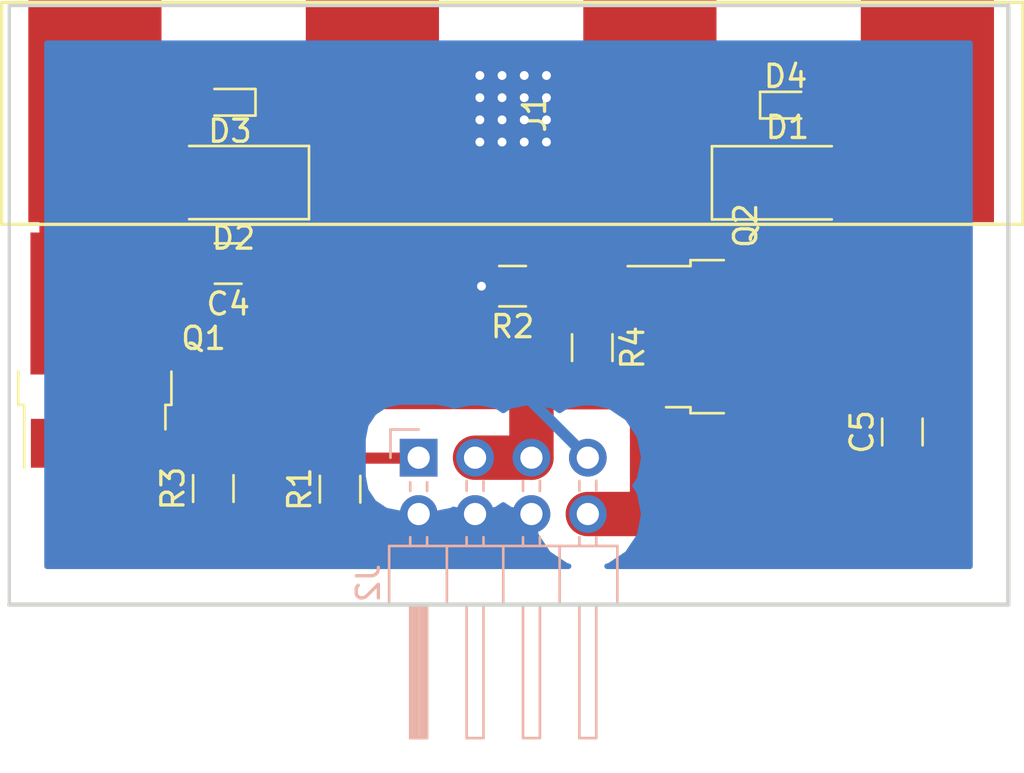
<source format=kicad_pcb>
(kicad_pcb (version 20171130) (host pcbnew "(5.0.2)-1")

  (general
    (thickness 1.6)
    (drawings 4)
    (tracks 77)
    (zones 0)
    (modules 14)
    (nets 9)
  )

  (page A4)
  (layers
    (0 F.Cu signal)
    (31 B.Cu signal)
    (32 B.Adhes user)
    (33 F.Adhes user)
    (34 B.Paste user)
    (35 F.Paste user)
    (36 B.SilkS user)
    (37 F.SilkS user)
    (38 B.Mask user)
    (39 F.Mask user)
    (40 Dwgs.User user)
    (41 Cmts.User user)
    (42 Eco1.User user)
    (43 Eco2.User user)
    (44 Edge.Cuts user)
    (45 Margin user)
    (46 B.CrtYd user)
    (47 F.CrtYd user)
    (48 B.Fab user)
    (49 F.Fab user hide)
  )

  (setup
    (last_trace_width 0.25)
    (trace_clearance 0.2)
    (zone_clearance 1.5)
    (zone_45_only no)
    (trace_min 0.2)
    (segment_width 0.2)
    (edge_width 0.15)
    (via_size 0.8)
    (via_drill 0.4)
    (via_min_size 0.4)
    (via_min_drill 0.3)
    (uvia_size 0.3)
    (uvia_drill 0.1)
    (uvias_allowed no)
    (uvia_min_size 0.2)
    (uvia_min_drill 0.1)
    (pcb_text_width 0.3)
    (pcb_text_size 1.5 1.5)
    (mod_edge_width 0.15)
    (mod_text_size 1 1)
    (mod_text_width 0.15)
    (pad_size 1.524 1.524)
    (pad_drill 0.762)
    (pad_to_mask_clearance 0.051)
    (solder_mask_min_width 0.25)
    (aux_axis_origin 0 0)
    (visible_elements 7FFFFFFF)
    (pcbplotparams
      (layerselection 0x010fc_ffffffff)
      (usegerberextensions false)
      (usegerberattributes false)
      (usegerberadvancedattributes false)
      (creategerberjobfile false)
      (excludeedgelayer true)
      (linewidth 0.100000)
      (plotframeref false)
      (viasonmask false)
      (mode 1)
      (useauxorigin false)
      (hpglpennumber 1)
      (hpglpenspeed 20)
      (hpglpendiameter 15.000000)
      (psnegative false)
      (psa4output false)
      (plotreference true)
      (plotvalue true)
      (plotinvisibletext false)
      (padsonsilk false)
      (subtractmaskfromsilk false)
      (outputformat 1)
      (mirror false)
      (drillshape 1)
      (scaleselection 1)
      (outputdirectory ""))
  )

  (net 0 "")
  (net 1 GND)
  (net 2 /Ch1)
  (net 3 /Ch2)
  (net 4 "Net-(Q1-Pad1)")
  (net 5 "Net-(Q2-Pad1)")
  (net 6 /SW_Ch1)
  (net 7 /SW_Ch2)
  (net 8 VCC)

  (net_class Default "Dies ist die voreingestellte Netzklasse."
    (clearance 0.2)
    (trace_width 0.25)
    (via_dia 0.8)
    (via_drill 0.4)
    (uvia_dia 0.3)
    (uvia_drill 0.1)
    (add_net /Ch1)
    (add_net /Ch2)
    (add_net /SW_Ch1)
    (add_net /SW_Ch2)
    (add_net GND)
    (add_net "Net-(Q1-Pad1)")
    (add_net "Net-(Q2-Pad1)")
    (add_net VCC)
  )

  (module Package_TO_SOT_SMD:TO-252-2 (layer F.Cu) (tedit 5A70A390) (tstamp 5D943CBF)
    (at 85.852 53.5305 90)
    (descr "TO-252 / DPAK SMD package, http://www.infineon.com/cms/en/product/packages/PG-TO252/PG-TO252-3-1/")
    (tags "DPAK TO-252 DPAK-3 TO-252-3 SOT-428")
    (path /5D863667)
    (attr smd)
    (fp_text reference Q1 (at 0.5305 4.898 180) (layer F.SilkS)
      (effects (font (size 1 1) (thickness 0.15)))
    )
    (fp_text value IPD50N06S4L-12 (at 0 4.5 90) (layer F.Fab)
      (effects (font (size 1 1) (thickness 0.15)))
    )
    (fp_line (start 3.95 -2.7) (end 4.95 -2.7) (layer F.Fab) (width 0.1))
    (fp_line (start 4.95 -2.7) (end 4.95 2.7) (layer F.Fab) (width 0.1))
    (fp_line (start 4.95 2.7) (end 3.95 2.7) (layer F.Fab) (width 0.1))
    (fp_line (start 3.95 -3.25) (end 3.95 3.25) (layer F.Fab) (width 0.1))
    (fp_line (start 3.95 3.25) (end -2.27 3.25) (layer F.Fab) (width 0.1))
    (fp_line (start -2.27 3.25) (end -2.27 -2.25) (layer F.Fab) (width 0.1))
    (fp_line (start -2.27 -2.25) (end -1.27 -3.25) (layer F.Fab) (width 0.1))
    (fp_line (start -1.27 -3.25) (end 3.95 -3.25) (layer F.Fab) (width 0.1))
    (fp_line (start -1.865 -2.655) (end -4.97 -2.655) (layer F.Fab) (width 0.1))
    (fp_line (start -4.97 -2.655) (end -4.97 -1.905) (layer F.Fab) (width 0.1))
    (fp_line (start -4.97 -1.905) (end -2.27 -1.905) (layer F.Fab) (width 0.1))
    (fp_line (start -2.27 1.905) (end -4.97 1.905) (layer F.Fab) (width 0.1))
    (fp_line (start -4.97 1.905) (end -4.97 2.655) (layer F.Fab) (width 0.1))
    (fp_line (start -4.97 2.655) (end -2.27 2.655) (layer F.Fab) (width 0.1))
    (fp_line (start -0.97 -3.45) (end -2.47 -3.45) (layer F.SilkS) (width 0.12))
    (fp_line (start -2.47 -3.45) (end -2.47 -3.18) (layer F.SilkS) (width 0.12))
    (fp_line (start -2.47 -3.18) (end -5.3 -3.18) (layer F.SilkS) (width 0.12))
    (fp_line (start -0.97 3.45) (end -2.47 3.45) (layer F.SilkS) (width 0.12))
    (fp_line (start -2.47 3.45) (end -2.47 3.18) (layer F.SilkS) (width 0.12))
    (fp_line (start -2.47 3.18) (end -3.57 3.18) (layer F.SilkS) (width 0.12))
    (fp_line (start -5.55 -3.5) (end -5.55 3.5) (layer F.CrtYd) (width 0.05))
    (fp_line (start -5.55 3.5) (end 5.55 3.5) (layer F.CrtYd) (width 0.05))
    (fp_line (start 5.55 3.5) (end 5.55 -3.5) (layer F.CrtYd) (width 0.05))
    (fp_line (start 5.55 -3.5) (end -5.55 -3.5) (layer F.CrtYd) (width 0.05))
    (fp_text user %R (at 0 0 90) (layer F.Fab)
      (effects (font (size 1 1) (thickness 0.15)))
    )
    (pad 1 smd rect (at -4.2 -2.28 90) (size 2.2 1.2) (layers F.Cu F.Paste F.Mask)
      (net 4 "Net-(Q1-Pad1)"))
    (pad 3 smd rect (at -4.2 2.28 90) (size 2.2 1.2) (layers F.Cu F.Paste F.Mask)
      (net 1 GND))
    (pad 2 smd rect (at 2.1 0 90) (size 6.4 5.8) (layers F.Cu F.Mask)
      (net 2 /Ch1))
    (pad "" smd rect (at 3.775 1.525 90) (size 3.05 2.75) (layers F.Paste))
    (pad "" smd rect (at 0.425 -1.525 90) (size 3.05 2.75) (layers F.Paste))
    (pad "" smd rect (at 3.775 -1.525 90) (size 3.05 2.75) (layers F.Paste))
    (pad "" smd rect (at 0.425 1.525 90) (size 3.05 2.75) (layers F.Paste))
    (model ${KISYS3DMOD}/Package_TO_SOT_SMD.3dshapes/TO-252-2.wrl
      (at (xyz 0 0 0))
      (scale (xyz 1 1 1))
      (rotate (xyz 0 0 0))
    )
  )

  (module Package_TO_SOT_SMD:TO-252-2 (layer F.Cu) (tedit 5A70A390) (tstamp 5D943CE3)
    (at 115.155 52.925)
    (descr "TO-252 / DPAK SMD package, http://www.infineon.com/cms/en/product/packages/PG-TO252/PG-TO252-3-1/")
    (tags "DPAK TO-252 DPAK-3 TO-252-3 SOT-428")
    (path /5D879D0F)
    (attr smd)
    (fp_text reference Q2 (at 0.011 -5.0065 90) (layer F.SilkS)
      (effects (font (size 1 1) (thickness 0.15)))
    )
    (fp_text value IPD50N06S4L-12 (at 0 4.5) (layer F.Fab)
      (effects (font (size 1 1) (thickness 0.15)))
    )
    (fp_text user %R (at 0 0) (layer F.Fab)
      (effects (font (size 1 1) (thickness 0.15)))
    )
    (fp_line (start 5.55 -3.5) (end -5.55 -3.5) (layer F.CrtYd) (width 0.05))
    (fp_line (start 5.55 3.5) (end 5.55 -3.5) (layer F.CrtYd) (width 0.05))
    (fp_line (start -5.55 3.5) (end 5.55 3.5) (layer F.CrtYd) (width 0.05))
    (fp_line (start -5.55 -3.5) (end -5.55 3.5) (layer F.CrtYd) (width 0.05))
    (fp_line (start -2.47 3.18) (end -3.57 3.18) (layer F.SilkS) (width 0.12))
    (fp_line (start -2.47 3.45) (end -2.47 3.18) (layer F.SilkS) (width 0.12))
    (fp_line (start -0.97 3.45) (end -2.47 3.45) (layer F.SilkS) (width 0.12))
    (fp_line (start -2.47 -3.18) (end -5.3 -3.18) (layer F.SilkS) (width 0.12))
    (fp_line (start -2.47 -3.45) (end -2.47 -3.18) (layer F.SilkS) (width 0.12))
    (fp_line (start -0.97 -3.45) (end -2.47 -3.45) (layer F.SilkS) (width 0.12))
    (fp_line (start -4.97 2.655) (end -2.27 2.655) (layer F.Fab) (width 0.1))
    (fp_line (start -4.97 1.905) (end -4.97 2.655) (layer F.Fab) (width 0.1))
    (fp_line (start -2.27 1.905) (end -4.97 1.905) (layer F.Fab) (width 0.1))
    (fp_line (start -4.97 -1.905) (end -2.27 -1.905) (layer F.Fab) (width 0.1))
    (fp_line (start -4.97 -2.655) (end -4.97 -1.905) (layer F.Fab) (width 0.1))
    (fp_line (start -1.865 -2.655) (end -4.97 -2.655) (layer F.Fab) (width 0.1))
    (fp_line (start -1.27 -3.25) (end 3.95 -3.25) (layer F.Fab) (width 0.1))
    (fp_line (start -2.27 -2.25) (end -1.27 -3.25) (layer F.Fab) (width 0.1))
    (fp_line (start -2.27 3.25) (end -2.27 -2.25) (layer F.Fab) (width 0.1))
    (fp_line (start 3.95 3.25) (end -2.27 3.25) (layer F.Fab) (width 0.1))
    (fp_line (start 3.95 -3.25) (end 3.95 3.25) (layer F.Fab) (width 0.1))
    (fp_line (start 4.95 2.7) (end 3.95 2.7) (layer F.Fab) (width 0.1))
    (fp_line (start 4.95 -2.7) (end 4.95 2.7) (layer F.Fab) (width 0.1))
    (fp_line (start 3.95 -2.7) (end 4.95 -2.7) (layer F.Fab) (width 0.1))
    (pad "" smd rect (at 0.425 1.525) (size 3.05 2.75) (layers F.Paste))
    (pad "" smd rect (at 3.775 -1.525) (size 3.05 2.75) (layers F.Paste))
    (pad "" smd rect (at 0.425 -1.525) (size 3.05 2.75) (layers F.Paste))
    (pad "" smd rect (at 3.775 1.525) (size 3.05 2.75) (layers F.Paste))
    (pad 2 smd rect (at 2.1 0) (size 6.4 5.8) (layers F.Cu F.Mask)
      (net 3 /Ch2))
    (pad 3 smd rect (at -4.2 2.28) (size 2.2 1.2) (layers F.Cu F.Paste F.Mask)
      (net 1 GND))
    (pad 1 smd rect (at -4.2 -2.28) (size 2.2 1.2) (layers F.Cu F.Paste F.Mask)
      (net 5 "Net-(Q2-Pad1)"))
    (model ${KISYS3DMOD}/Package_TO_SOT_SMD.3dshapes/TO-252-2.wrl
      (at (xyz 0 0 0))
      (scale (xyz 1 1 1))
      (rotate (xyz 0 0 0))
    )
  )

  (module speakter_terminal:speaker_terminal (layer F.Cu) (tedit 5D862544) (tstamp 5DA0DF58)
    (at 105.156 42.8625 90)
    (path /5D862760)
    (fp_text reference J1 (at 0 0.5 90) (layer F.SilkS)
      (effects (font (size 1 1) (thickness 0.15)))
    )
    (fp_text value Speaker_terminal (at 0 -0.5 90) (layer F.Fab)
      (effects (font (size 1 1) (thickness 0.15)))
    )
    (fp_line (start 5 -23.5) (end 5 22.5) (layer Eco2.User) (width 0.12))
    (fp_line (start -5 22.5) (end -5 -23.5) (layer F.SilkS) (width 0.15))
    (fp_line (start 5 22.5) (end -5 22.5) (layer F.SilkS) (width 0.15))
    (fp_line (start 5 -23.5) (end 5 22.5) (layer F.SilkS) (width 0.15))
    (fp_line (start -5 -23.5) (end 5 -23.5) (layer F.SilkS) (width 0.15))
    (pad 4 smd rect (at 0.1 18.2 90) (size 10 6) (layers F.Cu F.Paste F.Mask)
      (net 3 /Ch2))
    (pad 3 smd rect (at 0.1 5.7 90) (size 10 6) (layers F.Cu F.Paste F.Mask)
      (net 8 VCC))
    (pad 2 smd rect (at 0.1 -6.8 90) (size 10 6) (layers F.Cu F.Paste F.Mask)
      (net 8 VCC))
    (pad 1 smd rect (at 0.1 -19.3 90) (size 10 6) (layers F.Cu F.Paste F.Mask)
      (net 2 /Ch1))
  )

  (module Connector_PinHeader_2.54mm:PinHeader_2x04_P2.54mm_Horizontal (layer B.Cu) (tedit 59FED5CB) (tstamp 5DA0DC32)
    (at 100.44 58.38 270)
    (descr "Through hole angled pin header, 2x04, 2.54mm pitch, 6mm pin length, double rows")
    (tags "Through hole angled pin header THT 2x04 2.54mm double row")
    (path /5D87CE3C)
    (fp_text reference J2 (at 5.655 2.27 270) (layer B.SilkS)
      (effects (font (size 1 1) (thickness 0.15)) (justify mirror))
    )
    (fp_text value Conn_02x04_Odd_Even (at 5.655 -9.89 270) (layer B.Fab)
      (effects (font (size 1 1) (thickness 0.15)) (justify mirror))
    )
    (fp_line (start 4.675 1.27) (end 6.58 1.27) (layer B.Fab) (width 0.1))
    (fp_line (start 6.58 1.27) (end 6.58 -8.89) (layer B.Fab) (width 0.1))
    (fp_line (start 6.58 -8.89) (end 4.04 -8.89) (layer B.Fab) (width 0.1))
    (fp_line (start 4.04 -8.89) (end 4.04 0.635) (layer B.Fab) (width 0.1))
    (fp_line (start 4.04 0.635) (end 4.675 1.27) (layer B.Fab) (width 0.1))
    (fp_line (start -0.32 0.32) (end 4.04 0.32) (layer B.Fab) (width 0.1))
    (fp_line (start -0.32 0.32) (end -0.32 -0.32) (layer B.Fab) (width 0.1))
    (fp_line (start -0.32 -0.32) (end 4.04 -0.32) (layer B.Fab) (width 0.1))
    (fp_line (start 6.58 0.32) (end 12.58 0.32) (layer B.Fab) (width 0.1))
    (fp_line (start 12.58 0.32) (end 12.58 -0.32) (layer B.Fab) (width 0.1))
    (fp_line (start 6.58 -0.32) (end 12.58 -0.32) (layer B.Fab) (width 0.1))
    (fp_line (start -0.32 -2.22) (end 4.04 -2.22) (layer B.Fab) (width 0.1))
    (fp_line (start -0.32 -2.22) (end -0.32 -2.86) (layer B.Fab) (width 0.1))
    (fp_line (start -0.32 -2.86) (end 4.04 -2.86) (layer B.Fab) (width 0.1))
    (fp_line (start 6.58 -2.22) (end 12.58 -2.22) (layer B.Fab) (width 0.1))
    (fp_line (start 12.58 -2.22) (end 12.58 -2.86) (layer B.Fab) (width 0.1))
    (fp_line (start 6.58 -2.86) (end 12.58 -2.86) (layer B.Fab) (width 0.1))
    (fp_line (start -0.32 -4.76) (end 4.04 -4.76) (layer B.Fab) (width 0.1))
    (fp_line (start -0.32 -4.76) (end -0.32 -5.4) (layer B.Fab) (width 0.1))
    (fp_line (start -0.32 -5.4) (end 4.04 -5.4) (layer B.Fab) (width 0.1))
    (fp_line (start 6.58 -4.76) (end 12.58 -4.76) (layer B.Fab) (width 0.1))
    (fp_line (start 12.58 -4.76) (end 12.58 -5.4) (layer B.Fab) (width 0.1))
    (fp_line (start 6.58 -5.4) (end 12.58 -5.4) (layer B.Fab) (width 0.1))
    (fp_line (start -0.32 -7.3) (end 4.04 -7.3) (layer B.Fab) (width 0.1))
    (fp_line (start -0.32 -7.3) (end -0.32 -7.94) (layer B.Fab) (width 0.1))
    (fp_line (start -0.32 -7.94) (end 4.04 -7.94) (layer B.Fab) (width 0.1))
    (fp_line (start 6.58 -7.3) (end 12.58 -7.3) (layer B.Fab) (width 0.1))
    (fp_line (start 12.58 -7.3) (end 12.58 -7.94) (layer B.Fab) (width 0.1))
    (fp_line (start 6.58 -7.94) (end 12.58 -7.94) (layer B.Fab) (width 0.1))
    (fp_line (start 3.98 1.33) (end 3.98 -8.95) (layer B.SilkS) (width 0.12))
    (fp_line (start 3.98 -8.95) (end 6.64 -8.95) (layer B.SilkS) (width 0.12))
    (fp_line (start 6.64 -8.95) (end 6.64 1.33) (layer B.SilkS) (width 0.12))
    (fp_line (start 6.64 1.33) (end 3.98 1.33) (layer B.SilkS) (width 0.12))
    (fp_line (start 6.64 0.38) (end 12.64 0.38) (layer B.SilkS) (width 0.12))
    (fp_line (start 12.64 0.38) (end 12.64 -0.38) (layer B.SilkS) (width 0.12))
    (fp_line (start 12.64 -0.38) (end 6.64 -0.38) (layer B.SilkS) (width 0.12))
    (fp_line (start 6.64 0.32) (end 12.64 0.32) (layer B.SilkS) (width 0.12))
    (fp_line (start 6.64 0.2) (end 12.64 0.2) (layer B.SilkS) (width 0.12))
    (fp_line (start 6.64 0.08) (end 12.64 0.08) (layer B.SilkS) (width 0.12))
    (fp_line (start 6.64 -0.04) (end 12.64 -0.04) (layer B.SilkS) (width 0.12))
    (fp_line (start 6.64 -0.16) (end 12.64 -0.16) (layer B.SilkS) (width 0.12))
    (fp_line (start 6.64 -0.28) (end 12.64 -0.28) (layer B.SilkS) (width 0.12))
    (fp_line (start 3.582929 0.38) (end 3.98 0.38) (layer B.SilkS) (width 0.12))
    (fp_line (start 3.582929 -0.38) (end 3.98 -0.38) (layer B.SilkS) (width 0.12))
    (fp_line (start 1.11 0.38) (end 1.497071 0.38) (layer B.SilkS) (width 0.12))
    (fp_line (start 1.11 -0.38) (end 1.497071 -0.38) (layer B.SilkS) (width 0.12))
    (fp_line (start 3.98 -1.27) (end 6.64 -1.27) (layer B.SilkS) (width 0.12))
    (fp_line (start 6.64 -2.16) (end 12.64 -2.16) (layer B.SilkS) (width 0.12))
    (fp_line (start 12.64 -2.16) (end 12.64 -2.92) (layer B.SilkS) (width 0.12))
    (fp_line (start 12.64 -2.92) (end 6.64 -2.92) (layer B.SilkS) (width 0.12))
    (fp_line (start 3.582929 -2.16) (end 3.98 -2.16) (layer B.SilkS) (width 0.12))
    (fp_line (start 3.582929 -2.92) (end 3.98 -2.92) (layer B.SilkS) (width 0.12))
    (fp_line (start 1.042929 -2.16) (end 1.497071 -2.16) (layer B.SilkS) (width 0.12))
    (fp_line (start 1.042929 -2.92) (end 1.497071 -2.92) (layer B.SilkS) (width 0.12))
    (fp_line (start 3.98 -3.81) (end 6.64 -3.81) (layer B.SilkS) (width 0.12))
    (fp_line (start 6.64 -4.7) (end 12.64 -4.7) (layer B.SilkS) (width 0.12))
    (fp_line (start 12.64 -4.7) (end 12.64 -5.46) (layer B.SilkS) (width 0.12))
    (fp_line (start 12.64 -5.46) (end 6.64 -5.46) (layer B.SilkS) (width 0.12))
    (fp_line (start 3.582929 -4.7) (end 3.98 -4.7) (layer B.SilkS) (width 0.12))
    (fp_line (start 3.582929 -5.46) (end 3.98 -5.46) (layer B.SilkS) (width 0.12))
    (fp_line (start 1.042929 -4.7) (end 1.497071 -4.7) (layer B.SilkS) (width 0.12))
    (fp_line (start 1.042929 -5.46) (end 1.497071 -5.46) (layer B.SilkS) (width 0.12))
    (fp_line (start 3.98 -6.35) (end 6.64 -6.35) (layer B.SilkS) (width 0.12))
    (fp_line (start 6.64 -7.24) (end 12.64 -7.24) (layer B.SilkS) (width 0.12))
    (fp_line (start 12.64 -7.24) (end 12.64 -8) (layer B.SilkS) (width 0.12))
    (fp_line (start 12.64 -8) (end 6.64 -8) (layer B.SilkS) (width 0.12))
    (fp_line (start 3.582929 -7.24) (end 3.98 -7.24) (layer B.SilkS) (width 0.12))
    (fp_line (start 3.582929 -8) (end 3.98 -8) (layer B.SilkS) (width 0.12))
    (fp_line (start 1.042929 -7.24) (end 1.497071 -7.24) (layer B.SilkS) (width 0.12))
    (fp_line (start 1.042929 -8) (end 1.497071 -8) (layer B.SilkS) (width 0.12))
    (fp_line (start -1.27 0) (end -1.27 1.27) (layer B.SilkS) (width 0.12))
    (fp_line (start -1.27 1.27) (end 0 1.27) (layer B.SilkS) (width 0.12))
    (fp_line (start -1.8 1.8) (end -1.8 -9.4) (layer B.CrtYd) (width 0.05))
    (fp_line (start -1.8 -9.4) (end 13.1 -9.4) (layer B.CrtYd) (width 0.05))
    (fp_line (start 13.1 -9.4) (end 13.1 1.8) (layer B.CrtYd) (width 0.05))
    (fp_line (start 13.1 1.8) (end -1.8 1.8) (layer B.CrtYd) (width 0.05))
    (fp_text user %R (at 5.31 -3.81 180) (layer B.Fab)
      (effects (font (size 1 1) (thickness 0.15)) (justify mirror))
    )
    (pad 1 thru_hole rect (at 0 0 270) (size 1.7 1.7) (drill 1) (layers *.Cu *.Mask)
      (net 6 /SW_Ch1))
    (pad 2 thru_hole oval (at 2.54 0 270) (size 1.7 1.7) (drill 1) (layers *.Cu *.Mask)
      (net 8 VCC))
    (pad 3 thru_hole oval (at 0 -2.54 270) (size 1.7 1.7) (drill 1) (layers *.Cu *.Mask)
      (net 1 GND))
    (pad 4 thru_hole oval (at 2.54 -2.54 270) (size 1.7 1.7) (drill 1) (layers *.Cu *.Mask)
      (net 8 VCC))
    (pad 5 thru_hole oval (at 0 -5.08 270) (size 1.7 1.7) (drill 1) (layers *.Cu *.Mask)
      (net 1 GND))
    (pad 6 thru_hole oval (at 2.54 -5.08 270) (size 1.7 1.7) (drill 1) (layers *.Cu *.Mask)
      (net 8 VCC))
    (pad 7 thru_hole oval (at 0 -7.62 270) (size 1.7 1.7) (drill 1) (layers *.Cu *.Mask)
      (net 7 /SW_Ch2))
    (pad 8 thru_hole oval (at 2.54 -7.62 270) (size 1.7 1.7) (drill 1) (layers *.Cu *.Mask)
      (net 1 GND))
    (model ${KISYS3DMOD}/Connector_PinHeader_2.54mm.3dshapes/PinHeader_2x04_P2.54mm_Horizontal.wrl
      (at (xyz 0 0 0))
      (scale (xyz 1 1 1))
      (rotate (xyz 0 0 0))
    )
  )

  (module Diode_SMD:D_SMA (layer F.Cu) (tedit 586432E5) (tstamp 5DD41C1E)
    (at 117.05 45.99)
    (descr "Diode SMA (DO-214AC)")
    (tags "Diode SMA (DO-214AC)")
    (path /5DBD1AD9)
    (attr smd)
    (fp_text reference D1 (at 0 -2.5) (layer F.SilkS)
      (effects (font (size 1 1) (thickness 0.15)))
    )
    (fp_text value MBRA340 (at 0 2.6) (layer F.Fab)
      (effects (font (size 1 1) (thickness 0.15)))
    )
    (fp_line (start -3.4 -1.65) (end 2 -1.65) (layer F.SilkS) (width 0.12))
    (fp_line (start -3.4 1.65) (end 2 1.65) (layer F.SilkS) (width 0.12))
    (fp_line (start -0.64944 0.00102) (end 0.50118 -0.79908) (layer F.Fab) (width 0.1))
    (fp_line (start -0.64944 0.00102) (end 0.50118 0.75032) (layer F.Fab) (width 0.1))
    (fp_line (start 0.50118 0.75032) (end 0.50118 -0.79908) (layer F.Fab) (width 0.1))
    (fp_line (start -0.64944 -0.79908) (end -0.64944 0.80112) (layer F.Fab) (width 0.1))
    (fp_line (start 0.50118 0.00102) (end 1.4994 0.00102) (layer F.Fab) (width 0.1))
    (fp_line (start -0.64944 0.00102) (end -1.55114 0.00102) (layer F.Fab) (width 0.1))
    (fp_line (start -3.5 1.75) (end -3.5 -1.75) (layer F.CrtYd) (width 0.05))
    (fp_line (start 3.5 1.75) (end -3.5 1.75) (layer F.CrtYd) (width 0.05))
    (fp_line (start 3.5 -1.75) (end 3.5 1.75) (layer F.CrtYd) (width 0.05))
    (fp_line (start -3.5 -1.75) (end 3.5 -1.75) (layer F.CrtYd) (width 0.05))
    (fp_line (start 2.3 -1.5) (end -2.3 -1.5) (layer F.Fab) (width 0.1))
    (fp_line (start 2.3 -1.5) (end 2.3 1.5) (layer F.Fab) (width 0.1))
    (fp_line (start -2.3 1.5) (end -2.3 -1.5) (layer F.Fab) (width 0.1))
    (fp_line (start 2.3 1.5) (end -2.3 1.5) (layer F.Fab) (width 0.1))
    (fp_line (start -3.4 -1.65) (end -3.4 1.65) (layer F.SilkS) (width 0.12))
    (fp_text user %R (at 0 -2.5) (layer F.Fab)
      (effects (font (size 1 1) (thickness 0.15)))
    )
    (pad 2 smd rect (at 2 0) (size 2.5 1.8) (layers F.Cu F.Paste F.Mask)
      (net 3 /Ch2))
    (pad 1 smd rect (at -2 0) (size 2.5 1.8) (layers F.Cu F.Paste F.Mask)
      (net 8 VCC))
    (model ${KISYS3DMOD}/Diode_SMD.3dshapes/D_SMA.wrl
      (at (xyz 0 0 0))
      (scale (xyz 1 1 1))
      (rotate (xyz 0 0 0))
    )
  )

  (module Diode_SMD:D_SMA (layer F.Cu) (tedit 586432E5) (tstamp 5DD41C36)
    (at 92.1 45.98 180)
    (descr "Diode SMA (DO-214AC)")
    (tags "Diode SMA (DO-214AC)")
    (path /5DBCD6BE)
    (attr smd)
    (fp_text reference D2 (at 0 -2.5 180) (layer F.SilkS)
      (effects (font (size 1 1) (thickness 0.15)))
    )
    (fp_text value MBRA340 (at 0 2.6 180) (layer F.Fab)
      (effects (font (size 1 1) (thickness 0.15)))
    )
    (fp_text user %R (at 0 -2.5 180) (layer F.Fab)
      (effects (font (size 1 1) (thickness 0.15)))
    )
    (fp_line (start -3.4 -1.65) (end -3.4 1.65) (layer F.SilkS) (width 0.12))
    (fp_line (start 2.3 1.5) (end -2.3 1.5) (layer F.Fab) (width 0.1))
    (fp_line (start -2.3 1.5) (end -2.3 -1.5) (layer F.Fab) (width 0.1))
    (fp_line (start 2.3 -1.5) (end 2.3 1.5) (layer F.Fab) (width 0.1))
    (fp_line (start 2.3 -1.5) (end -2.3 -1.5) (layer F.Fab) (width 0.1))
    (fp_line (start -3.5 -1.75) (end 3.5 -1.75) (layer F.CrtYd) (width 0.05))
    (fp_line (start 3.5 -1.75) (end 3.5 1.75) (layer F.CrtYd) (width 0.05))
    (fp_line (start 3.5 1.75) (end -3.5 1.75) (layer F.CrtYd) (width 0.05))
    (fp_line (start -3.5 1.75) (end -3.5 -1.75) (layer F.CrtYd) (width 0.05))
    (fp_line (start -0.64944 0.00102) (end -1.55114 0.00102) (layer F.Fab) (width 0.1))
    (fp_line (start 0.50118 0.00102) (end 1.4994 0.00102) (layer F.Fab) (width 0.1))
    (fp_line (start -0.64944 -0.79908) (end -0.64944 0.80112) (layer F.Fab) (width 0.1))
    (fp_line (start 0.50118 0.75032) (end 0.50118 -0.79908) (layer F.Fab) (width 0.1))
    (fp_line (start -0.64944 0.00102) (end 0.50118 0.75032) (layer F.Fab) (width 0.1))
    (fp_line (start -0.64944 0.00102) (end 0.50118 -0.79908) (layer F.Fab) (width 0.1))
    (fp_line (start -3.4 1.65) (end 2 1.65) (layer F.SilkS) (width 0.12))
    (fp_line (start -3.4 -1.65) (end 2 -1.65) (layer F.SilkS) (width 0.12))
    (pad 1 smd rect (at -2 0 180) (size 2.5 1.8) (layers F.Cu F.Paste F.Mask)
      (net 8 VCC))
    (pad 2 smd rect (at 2 0 180) (size 2.5 1.8) (layers F.Cu F.Paste F.Mask)
      (net 2 /Ch1))
    (model ${KISYS3DMOD}/Diode_SMD.3dshapes/D_SMA.wrl
      (at (xyz 0 0 0))
      (scale (xyz 1 1 1))
      (rotate (xyz 0 0 0))
    )
  )

  (module Diode_SMD:D_SOD-523 (layer F.Cu) (tedit 586419F0) (tstamp 5DD41C4E)
    (at 91.94 42.36 180)
    (descr "http://www.diodes.com/datasheets/ap02001.pdf p.144")
    (tags "Diode SOD523")
    (path /5DBBB2A8)
    (attr smd)
    (fp_text reference D3 (at 0 -1.3 180) (layer F.SilkS)
      (effects (font (size 1 1) (thickness 0.15)))
    )
    (fp_text value VESD33C1-02V (at 0 1.4 180) (layer F.Fab)
      (effects (font (size 1 1) (thickness 0.15)))
    )
    (fp_line (start 0.7 0.6) (end -1.15 0.6) (layer F.SilkS) (width 0.12))
    (fp_line (start 0.7 -0.6) (end -1.15 -0.6) (layer F.SilkS) (width 0.12))
    (fp_line (start 0.65 0.45) (end -0.65 0.45) (layer F.Fab) (width 0.1))
    (fp_line (start -0.65 0.45) (end -0.65 -0.45) (layer F.Fab) (width 0.1))
    (fp_line (start -0.65 -0.45) (end 0.65 -0.45) (layer F.Fab) (width 0.1))
    (fp_line (start 0.65 -0.45) (end 0.65 0.45) (layer F.Fab) (width 0.1))
    (fp_line (start -0.2 0.2) (end -0.2 -0.2) (layer F.Fab) (width 0.1))
    (fp_line (start -0.2 0) (end -0.35 0) (layer F.Fab) (width 0.1))
    (fp_line (start -0.2 0) (end 0.1 0.2) (layer F.Fab) (width 0.1))
    (fp_line (start 0.1 0.2) (end 0.1 -0.2) (layer F.Fab) (width 0.1))
    (fp_line (start 0.1 -0.2) (end -0.2 0) (layer F.Fab) (width 0.1))
    (fp_line (start 0.1 0) (end 0.25 0) (layer F.Fab) (width 0.1))
    (fp_line (start 1.25 0.7) (end -1.25 0.7) (layer F.CrtYd) (width 0.05))
    (fp_line (start -1.25 0.7) (end -1.25 -0.7) (layer F.CrtYd) (width 0.05))
    (fp_line (start -1.25 -0.7) (end 1.25 -0.7) (layer F.CrtYd) (width 0.05))
    (fp_line (start 1.25 -0.7) (end 1.25 0.7) (layer F.CrtYd) (width 0.05))
    (fp_line (start -1.15 -0.6) (end -1.15 0.6) (layer F.SilkS) (width 0.12))
    (fp_text user %R (at 0 -1.3 180) (layer F.Fab)
      (effects (font (size 1 1) (thickness 0.15)))
    )
    (pad 1 smd rect (at -0.7 0) (size 0.6 0.7) (layers F.Cu F.Paste F.Mask)
      (net 8 VCC))
    (pad 2 smd rect (at 0.7 0) (size 0.6 0.7) (layers F.Cu F.Paste F.Mask)
      (net 2 /Ch1))
    (model ${KISYS3DMOD}/Diode_SMD.3dshapes/D_SOD-523.wrl
      (at (xyz 0 0 0))
      (scale (xyz 1 1 1))
      (rotate (xyz 0 0 0))
    )
  )

  (module Diode_SMD:D_SOD-523 (layer F.Cu) (tedit 586419F0) (tstamp 5DD41C66)
    (at 116.97 42.49)
    (descr "http://www.diodes.com/datasheets/ap02001.pdf p.144")
    (tags "Diode SOD523")
    (path /5DBBB0E9)
    (attr smd)
    (fp_text reference D4 (at 0 -1.3) (layer F.SilkS)
      (effects (font (size 1 1) (thickness 0.15)))
    )
    (fp_text value VESD33C1-02V (at 0 1.4) (layer F.Fab)
      (effects (font (size 1 1) (thickness 0.15)))
    )
    (fp_text user %R (at 0 -1.3) (layer F.Fab)
      (effects (font (size 1 1) (thickness 0.15)))
    )
    (fp_line (start -1.15 -0.6) (end -1.15 0.6) (layer F.SilkS) (width 0.12))
    (fp_line (start 1.25 -0.7) (end 1.25 0.7) (layer F.CrtYd) (width 0.05))
    (fp_line (start -1.25 -0.7) (end 1.25 -0.7) (layer F.CrtYd) (width 0.05))
    (fp_line (start -1.25 0.7) (end -1.25 -0.7) (layer F.CrtYd) (width 0.05))
    (fp_line (start 1.25 0.7) (end -1.25 0.7) (layer F.CrtYd) (width 0.05))
    (fp_line (start 0.1 0) (end 0.25 0) (layer F.Fab) (width 0.1))
    (fp_line (start 0.1 -0.2) (end -0.2 0) (layer F.Fab) (width 0.1))
    (fp_line (start 0.1 0.2) (end 0.1 -0.2) (layer F.Fab) (width 0.1))
    (fp_line (start -0.2 0) (end 0.1 0.2) (layer F.Fab) (width 0.1))
    (fp_line (start -0.2 0) (end -0.35 0) (layer F.Fab) (width 0.1))
    (fp_line (start -0.2 0.2) (end -0.2 -0.2) (layer F.Fab) (width 0.1))
    (fp_line (start 0.65 -0.45) (end 0.65 0.45) (layer F.Fab) (width 0.1))
    (fp_line (start -0.65 -0.45) (end 0.65 -0.45) (layer F.Fab) (width 0.1))
    (fp_line (start -0.65 0.45) (end -0.65 -0.45) (layer F.Fab) (width 0.1))
    (fp_line (start 0.65 0.45) (end -0.65 0.45) (layer F.Fab) (width 0.1))
    (fp_line (start 0.7 -0.6) (end -1.15 -0.6) (layer F.SilkS) (width 0.12))
    (fp_line (start 0.7 0.6) (end -1.15 0.6) (layer F.SilkS) (width 0.12))
    (pad 2 smd rect (at 0.7 0 180) (size 0.6 0.7) (layers F.Cu F.Paste F.Mask)
      (net 3 /Ch2))
    (pad 1 smd rect (at -0.7 0 180) (size 0.6 0.7) (layers F.Cu F.Paste F.Mask)
      (net 8 VCC))
    (model ${KISYS3DMOD}/Diode_SMD.3dshapes/D_SOD-523.wrl
      (at (xyz 0 0 0))
      (scale (xyz 1 1 1))
      (rotate (xyz 0 0 0))
    )
  )

  (module Resistor_SMD:R_1206_3216Metric (layer F.Cu) (tedit 5B301BBD) (tstamp 5DD429E5)
    (at 91.86 49.63 180)
    (descr "Resistor SMD 1206 (3216 Metric), square (rectangular) end terminal, IPC_7351 nominal, (Body size source: http://www.tortai-tech.com/upload/download/2011102023233369053.pdf), generated with kicad-footprint-generator")
    (tags resistor)
    (path /5D86DB2B)
    (attr smd)
    (fp_text reference C4 (at 0 -1.82 180) (layer F.SilkS)
      (effects (font (size 1 1) (thickness 0.15)))
    )
    (fp_text value 100n (at 0 1.82 180) (layer F.Fab)
      (effects (font (size 1 1) (thickness 0.15)))
    )
    (fp_text user %R (at 0 0 180) (layer F.Fab)
      (effects (font (size 0.8 0.8) (thickness 0.12)))
    )
    (fp_line (start 2.28 1.12) (end -2.28 1.12) (layer F.CrtYd) (width 0.05))
    (fp_line (start 2.28 -1.12) (end 2.28 1.12) (layer F.CrtYd) (width 0.05))
    (fp_line (start -2.28 -1.12) (end 2.28 -1.12) (layer F.CrtYd) (width 0.05))
    (fp_line (start -2.28 1.12) (end -2.28 -1.12) (layer F.CrtYd) (width 0.05))
    (fp_line (start -0.602064 0.91) (end 0.602064 0.91) (layer F.SilkS) (width 0.12))
    (fp_line (start -0.602064 -0.91) (end 0.602064 -0.91) (layer F.SilkS) (width 0.12))
    (fp_line (start 1.6 0.8) (end -1.6 0.8) (layer F.Fab) (width 0.1))
    (fp_line (start 1.6 -0.8) (end 1.6 0.8) (layer F.Fab) (width 0.1))
    (fp_line (start -1.6 -0.8) (end 1.6 -0.8) (layer F.Fab) (width 0.1))
    (fp_line (start -1.6 0.8) (end -1.6 -0.8) (layer F.Fab) (width 0.1))
    (pad 2 smd roundrect (at 1.4 0 180) (size 1.25 1.75) (layers F.Cu F.Paste F.Mask) (roundrect_rratio 0.2)
      (net 2 /Ch1))
    (pad 1 smd roundrect (at -1.4 0 180) (size 1.25 1.75) (layers F.Cu F.Paste F.Mask) (roundrect_rratio 0.2)
      (net 1 GND))
    (model ${KISYS3DMOD}/Resistor_SMD.3dshapes/R_1206_3216Metric.wrl
      (at (xyz 0 0 0))
      (scale (xyz 1 1 1))
      (rotate (xyz 0 0 0))
    )
  )

  (module Resistor_SMD:R_1206_3216Metric (layer F.Cu) (tedit 5B301BBD) (tstamp 5DD429F6)
    (at 122.23 57.22 90)
    (descr "Resistor SMD 1206 (3216 Metric), square (rectangular) end terminal, IPC_7351 nominal, (Body size source: http://www.tortai-tech.com/upload/download/2011102023233369053.pdf), generated with kicad-footprint-generator")
    (tags resistor)
    (path /5D879D47)
    (attr smd)
    (fp_text reference C5 (at 0 -1.82 90) (layer F.SilkS)
      (effects (font (size 1 1) (thickness 0.15)))
    )
    (fp_text value 100n (at 0 1.82 90) (layer F.Fab)
      (effects (font (size 1 1) (thickness 0.15)))
    )
    (fp_text user %R (at 0 0 90) (layer F.Fab)
      (effects (font (size 0.8 0.8) (thickness 0.12)))
    )
    (fp_line (start 2.28 1.12) (end -2.28 1.12) (layer F.CrtYd) (width 0.05))
    (fp_line (start 2.28 -1.12) (end 2.28 1.12) (layer F.CrtYd) (width 0.05))
    (fp_line (start -2.28 -1.12) (end 2.28 -1.12) (layer F.CrtYd) (width 0.05))
    (fp_line (start -2.28 1.12) (end -2.28 -1.12) (layer F.CrtYd) (width 0.05))
    (fp_line (start -0.602064 0.91) (end 0.602064 0.91) (layer F.SilkS) (width 0.12))
    (fp_line (start -0.602064 -0.91) (end 0.602064 -0.91) (layer F.SilkS) (width 0.12))
    (fp_line (start 1.6 0.8) (end -1.6 0.8) (layer F.Fab) (width 0.1))
    (fp_line (start 1.6 -0.8) (end 1.6 0.8) (layer F.Fab) (width 0.1))
    (fp_line (start -1.6 -0.8) (end 1.6 -0.8) (layer F.Fab) (width 0.1))
    (fp_line (start -1.6 0.8) (end -1.6 -0.8) (layer F.Fab) (width 0.1))
    (pad 2 smd roundrect (at 1.4 0 90) (size 1.25 1.75) (layers F.Cu F.Paste F.Mask) (roundrect_rratio 0.2)
      (net 3 /Ch2))
    (pad 1 smd roundrect (at -1.4 0 90) (size 1.25 1.75) (layers F.Cu F.Paste F.Mask) (roundrect_rratio 0.2)
      (net 1 GND))
    (model ${KISYS3DMOD}/Resistor_SMD.3dshapes/R_1206_3216Metric.wrl
      (at (xyz 0 0 0))
      (scale (xyz 1 1 1))
      (rotate (xyz 0 0 0))
    )
  )

  (module Resistor_SMD:R_1206_3216Metric (layer F.Cu) (tedit 5B301BBD) (tstamp 5DD42A07)
    (at 96.9 59.8 90)
    (descr "Resistor SMD 1206 (3216 Metric), square (rectangular) end terminal, IPC_7351 nominal, (Body size source: http://www.tortai-tech.com/upload/download/2011102023233369053.pdf), generated with kicad-footprint-generator")
    (tags resistor)
    (path /5DBBF6D6)
    (attr smd)
    (fp_text reference R1 (at 0 -1.82 90) (layer F.SilkS)
      (effects (font (size 1 1) (thickness 0.15)))
    )
    (fp_text value 10K (at 0 1.82 90) (layer F.Fab)
      (effects (font (size 1 1) (thickness 0.15)))
    )
    (fp_line (start -1.6 0.8) (end -1.6 -0.8) (layer F.Fab) (width 0.1))
    (fp_line (start -1.6 -0.8) (end 1.6 -0.8) (layer F.Fab) (width 0.1))
    (fp_line (start 1.6 -0.8) (end 1.6 0.8) (layer F.Fab) (width 0.1))
    (fp_line (start 1.6 0.8) (end -1.6 0.8) (layer F.Fab) (width 0.1))
    (fp_line (start -0.602064 -0.91) (end 0.602064 -0.91) (layer F.SilkS) (width 0.12))
    (fp_line (start -0.602064 0.91) (end 0.602064 0.91) (layer F.SilkS) (width 0.12))
    (fp_line (start -2.28 1.12) (end -2.28 -1.12) (layer F.CrtYd) (width 0.05))
    (fp_line (start -2.28 -1.12) (end 2.28 -1.12) (layer F.CrtYd) (width 0.05))
    (fp_line (start 2.28 -1.12) (end 2.28 1.12) (layer F.CrtYd) (width 0.05))
    (fp_line (start 2.28 1.12) (end -2.28 1.12) (layer F.CrtYd) (width 0.05))
    (fp_text user %R (at 0 0 90) (layer F.Fab)
      (effects (font (size 0.8 0.8) (thickness 0.12)))
    )
    (pad 1 smd roundrect (at -1.4 0 90) (size 1.25 1.75) (layers F.Cu F.Paste F.Mask) (roundrect_rratio 0.2)
      (net 4 "Net-(Q1-Pad1)"))
    (pad 2 smd roundrect (at 1.4 0 90) (size 1.25 1.75) (layers F.Cu F.Paste F.Mask) (roundrect_rratio 0.2)
      (net 6 /SW_Ch1))
    (model ${KISYS3DMOD}/Resistor_SMD.3dshapes/R_1206_3216Metric.wrl
      (at (xyz 0 0 0))
      (scale (xyz 1 1 1))
      (rotate (xyz 0 0 0))
    )
  )

  (module Resistor_SMD:R_1206_3216Metric (layer F.Cu) (tedit 5B301BBD) (tstamp 5DD42A18)
    (at 104.67 50.65 180)
    (descr "Resistor SMD 1206 (3216 Metric), square (rectangular) end terminal, IPC_7351 nominal, (Body size source: http://www.tortai-tech.com/upload/download/2011102023233369053.pdf), generated with kicad-footprint-generator")
    (tags resistor)
    (path /5DBBF725)
    (attr smd)
    (fp_text reference R2 (at 0 -1.82 180) (layer F.SilkS)
      (effects (font (size 1 1) (thickness 0.15)))
    )
    (fp_text value 10K (at 0 1.82 180) (layer F.Fab)
      (effects (font (size 1 1) (thickness 0.15)))
    )
    (fp_text user %R (at 0 0 180) (layer F.Fab)
      (effects (font (size 0.8 0.8) (thickness 0.12)))
    )
    (fp_line (start 2.28 1.12) (end -2.28 1.12) (layer F.CrtYd) (width 0.05))
    (fp_line (start 2.28 -1.12) (end 2.28 1.12) (layer F.CrtYd) (width 0.05))
    (fp_line (start -2.28 -1.12) (end 2.28 -1.12) (layer F.CrtYd) (width 0.05))
    (fp_line (start -2.28 1.12) (end -2.28 -1.12) (layer F.CrtYd) (width 0.05))
    (fp_line (start -0.602064 0.91) (end 0.602064 0.91) (layer F.SilkS) (width 0.12))
    (fp_line (start -0.602064 -0.91) (end 0.602064 -0.91) (layer F.SilkS) (width 0.12))
    (fp_line (start 1.6 0.8) (end -1.6 0.8) (layer F.Fab) (width 0.1))
    (fp_line (start 1.6 -0.8) (end 1.6 0.8) (layer F.Fab) (width 0.1))
    (fp_line (start -1.6 -0.8) (end 1.6 -0.8) (layer F.Fab) (width 0.1))
    (fp_line (start -1.6 0.8) (end -1.6 -0.8) (layer F.Fab) (width 0.1))
    (pad 2 smd roundrect (at 1.4 0 180) (size 1.25 1.75) (layers F.Cu F.Paste F.Mask) (roundrect_rratio 0.2)
      (net 7 /SW_Ch2))
    (pad 1 smd roundrect (at -1.4 0 180) (size 1.25 1.75) (layers F.Cu F.Paste F.Mask) (roundrect_rratio 0.2)
      (net 5 "Net-(Q2-Pad1)"))
    (model ${KISYS3DMOD}/Resistor_SMD.3dshapes/R_1206_3216Metric.wrl
      (at (xyz 0 0 0))
      (scale (xyz 1 1 1))
      (rotate (xyz 0 0 0))
    )
  )

  (module Resistor_SMD:R_1206_3216Metric (layer F.Cu) (tedit 5B301BBD) (tstamp 5DD42A29)
    (at 91.19 59.77 90)
    (descr "Resistor SMD 1206 (3216 Metric), square (rectangular) end terminal, IPC_7351 nominal, (Body size source: http://www.tortai-tech.com/upload/download/2011102023233369053.pdf), generated with kicad-footprint-generator")
    (tags resistor)
    (path /5D868924)
    (attr smd)
    (fp_text reference R3 (at 0 -1.82 90) (layer F.SilkS)
      (effects (font (size 1 1) (thickness 0.15)))
    )
    (fp_text value 10K (at 0 1.82 90) (layer F.Fab)
      (effects (font (size 1 1) (thickness 0.15)))
    )
    (fp_line (start -1.6 0.8) (end -1.6 -0.8) (layer F.Fab) (width 0.1))
    (fp_line (start -1.6 -0.8) (end 1.6 -0.8) (layer F.Fab) (width 0.1))
    (fp_line (start 1.6 -0.8) (end 1.6 0.8) (layer F.Fab) (width 0.1))
    (fp_line (start 1.6 0.8) (end -1.6 0.8) (layer F.Fab) (width 0.1))
    (fp_line (start -0.602064 -0.91) (end 0.602064 -0.91) (layer F.SilkS) (width 0.12))
    (fp_line (start -0.602064 0.91) (end 0.602064 0.91) (layer F.SilkS) (width 0.12))
    (fp_line (start -2.28 1.12) (end -2.28 -1.12) (layer F.CrtYd) (width 0.05))
    (fp_line (start -2.28 -1.12) (end 2.28 -1.12) (layer F.CrtYd) (width 0.05))
    (fp_line (start 2.28 -1.12) (end 2.28 1.12) (layer F.CrtYd) (width 0.05))
    (fp_line (start 2.28 1.12) (end -2.28 1.12) (layer F.CrtYd) (width 0.05))
    (fp_text user %R (at 0 0 90) (layer F.Fab)
      (effects (font (size 0.8 0.8) (thickness 0.12)))
    )
    (pad 1 smd roundrect (at -1.4 0 90) (size 1.25 1.75) (layers F.Cu F.Paste F.Mask) (roundrect_rratio 0.2)
      (net 4 "Net-(Q1-Pad1)"))
    (pad 2 smd roundrect (at 1.4 0 90) (size 1.25 1.75) (layers F.Cu F.Paste F.Mask) (roundrect_rratio 0.2)
      (net 1 GND))
    (model ${KISYS3DMOD}/Resistor_SMD.3dshapes/R_1206_3216Metric.wrl
      (at (xyz 0 0 0))
      (scale (xyz 1 1 1))
      (rotate (xyz 0 0 0))
    )
  )

  (module Resistor_SMD:R_1206_3216Metric (layer F.Cu) (tedit 5B301BBD) (tstamp 5DD42A3A)
    (at 108.26 53.42 270)
    (descr "Resistor SMD 1206 (3216 Metric), square (rectangular) end terminal, IPC_7351 nominal, (Body size source: http://www.tortai-tech.com/upload/download/2011102023233369053.pdf), generated with kicad-footprint-generator")
    (tags resistor)
    (path /5D879D23)
    (attr smd)
    (fp_text reference R4 (at 0 -1.82 270) (layer F.SilkS)
      (effects (font (size 1 1) (thickness 0.15)))
    )
    (fp_text value 10K (at 0 1.82 270) (layer F.Fab)
      (effects (font (size 1 1) (thickness 0.15)))
    )
    (fp_line (start -1.6 0.8) (end -1.6 -0.8) (layer F.Fab) (width 0.1))
    (fp_line (start -1.6 -0.8) (end 1.6 -0.8) (layer F.Fab) (width 0.1))
    (fp_line (start 1.6 -0.8) (end 1.6 0.8) (layer F.Fab) (width 0.1))
    (fp_line (start 1.6 0.8) (end -1.6 0.8) (layer F.Fab) (width 0.1))
    (fp_line (start -0.602064 -0.91) (end 0.602064 -0.91) (layer F.SilkS) (width 0.12))
    (fp_line (start -0.602064 0.91) (end 0.602064 0.91) (layer F.SilkS) (width 0.12))
    (fp_line (start -2.28 1.12) (end -2.28 -1.12) (layer F.CrtYd) (width 0.05))
    (fp_line (start -2.28 -1.12) (end 2.28 -1.12) (layer F.CrtYd) (width 0.05))
    (fp_line (start 2.28 -1.12) (end 2.28 1.12) (layer F.CrtYd) (width 0.05))
    (fp_line (start 2.28 1.12) (end -2.28 1.12) (layer F.CrtYd) (width 0.05))
    (fp_text user %R (at 0 0 270) (layer F.Fab)
      (effects (font (size 0.8 0.8) (thickness 0.12)))
    )
    (pad 1 smd roundrect (at -1.4 0 270) (size 1.25 1.75) (layers F.Cu F.Paste F.Mask) (roundrect_rratio 0.2)
      (net 5 "Net-(Q2-Pad1)"))
    (pad 2 smd roundrect (at 1.4 0 270) (size 1.25 1.75) (layers F.Cu F.Paste F.Mask) (roundrect_rratio 0.2)
      (net 1 GND))
    (model ${KISYS3DMOD}/Resistor_SMD.3dshapes/R_1206_3216Metric.wrl
      (at (xyz 0 0 0))
      (scale (xyz 1 1 1))
      (rotate (xyz 0 0 0))
    )
  )

  (gr_line (start 82 38) (end 82 65) (layer Edge.Cuts) (width 0.15))
  (gr_line (start 127 38) (end 82 38) (layer Edge.Cuts) (width 0.15))
  (gr_line (start 127 65) (end 127 38) (layer Edge.Cuts) (width 0.2))
  (gr_line (start 82 65) (end 127 65) (layer Edge.Cuts) (width 0.2))

  (segment (start 102.98 58.38) (end 105.52 58.38) (width 2) (layer F.Cu) (net 1) (status 30))
  (segment (start 105.52 55.22) (end 105.545 55.195) (width 2) (layer F.Cu) (net 1) (status 30))
  (segment (start 105.52 58.38) (end 105.52 55.22) (width 2) (layer F.Cu) (net 1) (status 30))
  (segment (start 88.132 57.7305) (end 91.9895 57.7305) (width 2) (layer F.Cu) (net 1) (status 10))
  (segment (start 94.525 55.195) (end 105.545 55.195) (width 2) (layer F.Cu) (net 1) (status 20))
  (segment (start 91.9895 57.7305) (end 94.525 55.195) (width 2) (layer F.Cu) (net 1))
  (segment (start 108.06 60.92) (end 110.34 60.92) (width 2) (layer F.Cu) (net 1))
  (segment (start 110.955 60.305) (end 110.955 55.205) (width 2) (layer F.Cu) (net 1))
  (segment (start 110.34 60.92) (end 110.955 60.305) (width 2) (layer F.Cu) (net 1))
  (segment (start 105.535 55.205) (end 110.955 55.205) (width 2) (layer F.Cu) (net 1))
  (segment (start 105.52 55.22) (end 105.535 55.205) (width 2) (layer F.Cu) (net 1))
  (segment (start 111.94429 59.31571) (end 110.955 60.305) (width 2) (layer F.Cu) (net 1))
  (segment (start 121.53429 59.31571) (end 111.94429 59.31571) (width 2) (layer F.Cu) (net 1))
  (segment (start 122.23 58.62) (end 121.53429 59.31571) (width 2) (layer F.Cu) (net 1))
  (segment (start 94.525 51.87) (end 94.525 55.195) (width 2) (layer F.Cu) (net 1))
  (segment (start 93.26 50.605) (end 94.525 51.87) (width 2) (layer F.Cu) (net 1))
  (segment (start 93.26 49.63) (end 93.26 50.605) (width 2) (layer F.Cu) (net 1))
  (segment (start 85.856 51.4265) (end 85.852 51.4305) (width 5) (layer F.Cu) (net 2) (status 30))
  (segment (start 85.856 42.7625) (end 85.856 51.4265) (width 5) (layer F.Cu) (net 2) (status 30))
  (segment (start 86.2585 42.36) (end 85.856 42.7625) (width 0.5) (layer F.Cu) (net 2) (status 30))
  (segment (start 91.24 42.36) (end 86.2585 42.36) (width 0.5) (layer F.Cu) (net 2) (status 30))
  (segment (start 86.5325 42.7625) (end 85.856 42.7625) (width 0.5) (layer F.Cu) (net 2) (status 30))
  (segment (start 89.75 45.98) (end 86.5325 42.7625) (width 0.5) (layer F.Cu) (net 2) (status 30))
  (segment (start 90.1 45.98) (end 89.75 45.98) (width 0.5) (layer F.Cu) (net 2) (status 30))
  (segment (start 90.46 46.34) (end 90.1 45.98) (width 1) (layer F.Cu) (net 2))
  (segment (start 90.46 49.63) (end 90.46 46.34) (width 1) (layer F.Cu) (net 2))
  (segment (start 123.0835 42.49) (end 123.356 42.7625) (width 0.5) (layer F.Cu) (net 3) (status 30))
  (segment (start 117.67 42.49) (end 123.0835 42.49) (width 0.5) (layer F.Cu) (net 3) (status 30))
  (segment (start 122.6275 42.7625) (end 123.356 42.7625) (width 0.5) (layer F.Cu) (net 3) (status 30))
  (segment (start 119.4 45.99) (end 122.6275 42.7625) (width 0.5) (layer F.Cu) (net 3) (status 30))
  (segment (start 119.05 45.99) (end 119.4 45.99) (width 0.5) (layer F.Cu) (net 3) (status 30))
  (segment (start 123.356 42.7625) (end 123.356 52.584) (width 2) (layer F.Cu) (net 3))
  (segment (start 123.015 52.925) (end 117.255 52.925) (width 2) (layer F.Cu) (net 3))
  (segment (start 120.15 55.82) (end 117.255 52.925) (width 2) (layer F.Cu) (net 3))
  (segment (start 122.23 55.82) (end 120.15 55.82) (width 2) (layer F.Cu) (net 3))
  (segment (start 96.87 61.17) (end 96.9 61.2) (width 0.5) (layer F.Cu) (net 4))
  (segment (start 91.19 61.17) (end 96.87 61.17) (width 0.5) (layer F.Cu) (net 4))
  (segment (start 83.572 58.2305) (end 83.572 57.7305) (width 0.5) (layer F.Cu) (net 4))
  (segment (start 86.5115 61.17) (end 83.572 58.2305) (width 0.5) (layer F.Cu) (net 4))
  (segment (start 91.19 61.17) (end 86.5115 61.17) (width 0.5) (layer F.Cu) (net 4))
  (segment (start 110.95 50.65) (end 110.955 50.645) (width 0.5) (layer F.Cu) (net 5) (status 1000000))
  (segment (start 108.17 50.65) (end 110.95 50.65) (width 0.5) (layer F.Cu) (net 5) (status 1000000))
  (segment (start 108.26 50.74) (end 108.17 50.65) (width 0.5) (layer F.Cu) (net 5))
  (segment (start 108.26 52.02) (end 108.26 50.74) (width 0.5) (layer F.Cu) (net 5))
  (segment (start 106.07 50.65) (end 108.17 50.65) (width 0.5) (layer F.Cu) (net 5))
  (segment (start 100.42 58.4) (end 100.44 58.38) (width 0.5) (layer F.Cu) (net 6))
  (segment (start 96.9 58.4) (end 100.42 58.4) (width 0.5) (layer F.Cu) (net 6))
  (via (at 103.27 50.65) (size 0.8) (drill 0.4) (layers F.Cu B.Cu) (net 7))
  (segment (start 103.27 53.59) (end 103.27 50.65) (width 0.5) (layer B.Cu) (net 7))
  (segment (start 108.06 58.38) (end 103.27 53.59) (width 0.5) (layer B.Cu) (net 7))
  (segment (start 110.856 42.7625) (end 98.356 42.7625) (width 5) (layer F.Cu) (net 8) (status 30))
  (segment (start 111.1285 42.49) (end 110.856 42.7625) (width 0.5) (layer F.Cu) (net 8) (status 30))
  (segment (start 116.27 42.49) (end 111.1285 42.49) (width 0.5) (layer F.Cu) (net 8) (status 30))
  (segment (start 102.7935 40.75) (end 103.196 41.1525) (width 0.5) (layer F.Cu) (net 8))
  (segment (start 92.64 42.36) (end 97.9535 42.36) (width 0.5) (layer F.Cu) (net 8) (status 30))
  (segment (start 102.5075 41.1525) (end 103.196 41.1525) (width 0.5) (layer F.Cu) (net 8))
  (segment (start 94.45 45.98) (end 97.6675 42.7625) (width 0.5) (layer F.Cu) (net 8) (status 30))
  (segment (start 94.1 45.98) (end 94.45 45.98) (width 0.5) (layer F.Cu) (net 8) (status 30))
  (segment (start 111.4725 42.7625) (end 110.856 42.7625) (width 0.5) (layer F.Cu) (net 8) (status 30))
  (segment (start 114.7 45.99) (end 111.4725 42.7625) (width 0.5) (layer F.Cu) (net 8) (status 30))
  (segment (start 115.05 45.99) (end 114.7 45.99) (width 0.5) (layer F.Cu) (net 8) (status 30))
  (via (at 103.196 41.1525) (size 0.8) (drill 0.4) (layers F.Cu B.Cu) (net 8))
  (via (at 104.196 41.1525) (size 0.8) (drill 0.4) (layers F.Cu B.Cu) (net 8) (tstamp 5DD4245D))
  (via (at 105.196 41.1525) (size 0.8) (drill 0.4) (layers F.Cu B.Cu) (net 8) (tstamp 5DD4245E))
  (via (at 106.196 41.1525) (size 0.8) (drill 0.4) (layers F.Cu B.Cu) (net 8) (tstamp 5DD4245F))
  (via (at 103.196 42.1525) (size 0.8) (drill 0.4) (layers F.Cu B.Cu) (net 8) (tstamp 5DD42460))
  (via (at 104.196 42.1525) (size 0.8) (drill 0.4) (layers F.Cu B.Cu) (net 8) (tstamp 5DD42461))
  (via (at 105.196 42.1525) (size 0.8) (drill 0.4) (layers F.Cu B.Cu) (net 8) (tstamp 5DD42462))
  (via (at 106.196 42.1525) (size 0.8) (drill 0.4) (layers F.Cu B.Cu) (net 8) (tstamp 5DD42463))
  (via (at 103.196 43.1525) (size 0.8) (drill 0.4) (layers F.Cu B.Cu) (net 8) (tstamp 5DD42464))
  (via (at 104.196 43.1525) (size 0.8) (drill 0.4) (layers F.Cu B.Cu) (net 8) (tstamp 5DD42465))
  (via (at 105.196 43.1525) (size 0.8) (drill 0.4) (layers F.Cu B.Cu) (net 8) (tstamp 5DD42466))
  (via (at 106.196 43.1525) (size 0.8) (drill 0.4) (layers F.Cu B.Cu) (net 8) (tstamp 5DD42467))
  (via (at 103.196 44.1525) (size 0.8) (drill 0.4) (layers F.Cu B.Cu) (net 8) (tstamp 5DD42468))
  (via (at 104.196 44.1525) (size 0.8) (drill 0.4) (layers F.Cu B.Cu) (net 8) (tstamp 5DD42469))
  (via (at 105.196 44.1525) (size 0.8) (drill 0.4) (layers F.Cu B.Cu) (net 8) (tstamp 5DD4246A))
  (via (at 106.196 44.1525) (size 0.8) (drill 0.4) (layers F.Cu B.Cu) (net 8) (tstamp 5DD4246B))

  (zone (net 8) (net_name VCC) (layer B.Cu) (tstamp 0) (hatch edge 0.508)
    (priority 1)
    (connect_pads yes (clearance 1.5))
    (min_thickness 0.254)
    (fill yes (arc_segments 16) (thermal_gap 1.5) (thermal_bridge_width 0.508))
    (polygon
      (pts
        (xy 126.75 64.5) (xy 82.4 64.6) (xy 82.5 37.75) (xy 126.75 38)
      )
    )
    (filled_polygon
      (pts
        (xy 125.273 63.273) (xy 108.927353 63.273) (xy 109.026477 63.253283) (xy 109.845817 62.705817) (xy 110.393283 61.886477)
        (xy 110.585527 60.92) (xy 110.393283 59.953523) (xy 110.190475 59.65) (xy 110.393283 59.346477) (xy 110.585527 58.38)
        (xy 110.393283 57.413523) (xy 109.845817 56.594183) (xy 109.026477 56.046717) (xy 108.303962 55.903) (xy 107.816038 55.903)
        (xy 107.093523 56.046717) (xy 106.79 56.249525) (xy 106.486477 56.046717) (xy 105.763962 55.903) (xy 105.276038 55.903)
        (xy 104.553523 56.046717) (xy 104.25 56.249525) (xy 103.946477 56.046717) (xy 103.223962 55.903) (xy 102.736038 55.903)
        (xy 102.013523 56.046717) (xy 102.006077 56.051692) (xy 101.924824 55.9974) (xy 101.29 55.871126) (xy 99.59 55.871126)
        (xy 98.955176 55.9974) (xy 98.416999 56.356999) (xy 98.0574 56.895176) (xy 97.931126 57.53) (xy 97.931126 59.23)
        (xy 98.0574 59.864824) (xy 98.416999 60.403001) (xy 98.955176 60.7626) (xy 99.59 60.888874) (xy 101.29 60.888874)
        (xy 101.924824 60.7626) (xy 102.006077 60.708308) (xy 102.013523 60.713283) (xy 102.736038 60.857) (xy 103.223962 60.857)
        (xy 103.946477 60.713283) (xy 104.25 60.510475) (xy 104.553523 60.713283) (xy 105.276038 60.857) (xy 105.547004 60.857)
        (xy 105.534473 60.92) (xy 105.726717 61.886477) (xy 106.274183 62.705817) (xy 107.093523 63.253283) (xy 107.192647 63.273)
        (xy 83.702 63.273) (xy 83.702 39.702) (xy 125.273001 39.702)
      )
    )
  )
)

</source>
